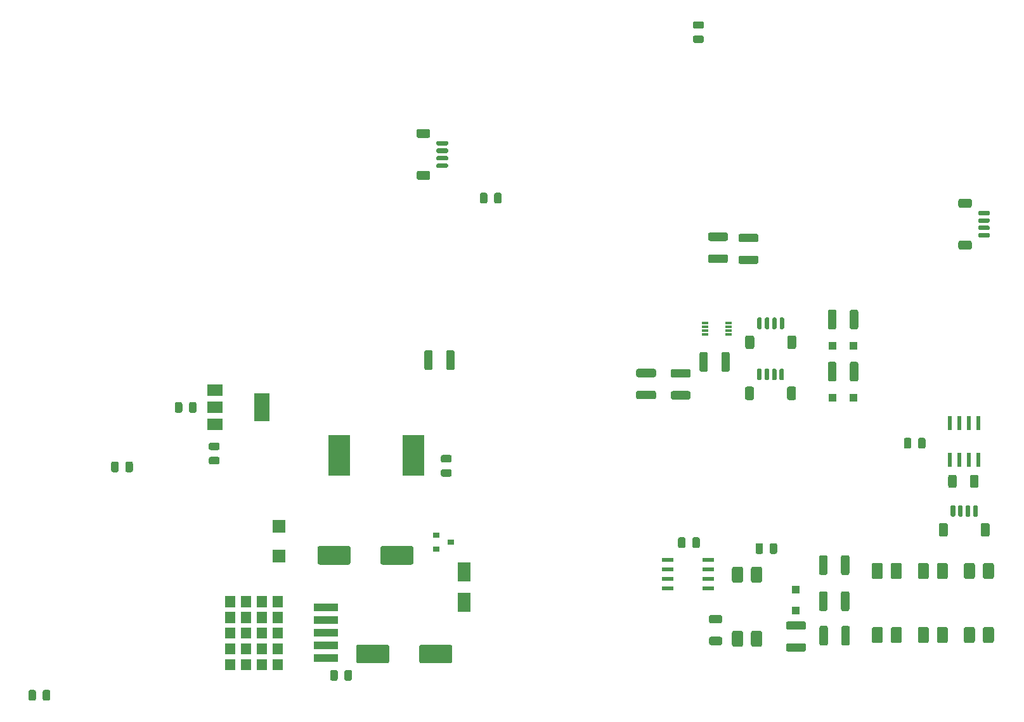
<source format=gbr>
%TF.GenerationSoftware,KiCad,Pcbnew,(5.1.12)-1*%
%TF.CreationDate,2022-02-13T14:46:26-06:00*%
%TF.ProjectId,AS12,41533132-2e6b-4696-9361-645f70636258,rev?*%
%TF.SameCoordinates,Original*%
%TF.FileFunction,Paste,Top*%
%TF.FilePolarity,Positive*%
%FSLAX46Y46*%
G04 Gerber Fmt 4.6, Leading zero omitted, Abs format (unit mm)*
G04 Created by KiCad (PCBNEW (5.1.12)-1) date 2022-02-13 14:46:26*
%MOMM*%
%LPD*%
G01*
G04 APERTURE LIST*
%ADD10C,0.010000*%
%ADD11R,1.800000X1.800000*%
%ADD12R,0.530000X1.980000*%
%ADD13R,1.800000X2.500000*%
%ADD14R,2.000000X1.500000*%
%ADD15R,2.000000X3.800000*%
%ADD16R,3.210000X1.050000*%
%ADD17R,2.900000X5.400000*%
%ADD18R,1.100000X1.100000*%
%ADD19R,1.550000X0.600000*%
%ADD20R,0.900000X0.800000*%
%ADD21R,0.850000X0.300000*%
G04 APERTURE END LIST*
D10*
%TO.C,IC2*%
G36*
X70723140Y-143008420D02*
G01*
X69463140Y-143008420D01*
X69463140Y-141588420D01*
X70723140Y-141588420D01*
X70723140Y-143008420D01*
G37*
X70723140Y-143008420D02*
X69463140Y-143008420D01*
X69463140Y-141588420D01*
X70723140Y-141588420D01*
X70723140Y-143008420D01*
G36*
X68603140Y-143008420D02*
G01*
X67343140Y-143008420D01*
X67343140Y-141588420D01*
X68603140Y-141588420D01*
X68603140Y-143008420D01*
G37*
X68603140Y-143008420D02*
X67343140Y-143008420D01*
X67343140Y-141588420D01*
X68603140Y-141588420D01*
X68603140Y-143008420D01*
G36*
X72843140Y-143008420D02*
G01*
X71583140Y-143008420D01*
X71583140Y-141588420D01*
X72843140Y-141588420D01*
X72843140Y-143008420D01*
G37*
X72843140Y-143008420D02*
X71583140Y-143008420D01*
X71583140Y-141588420D01*
X72843140Y-141588420D01*
X72843140Y-143008420D01*
G36*
X74963140Y-143008420D02*
G01*
X73703140Y-143008420D01*
X73703140Y-141588420D01*
X74963140Y-141588420D01*
X74963140Y-143008420D01*
G37*
X74963140Y-143008420D02*
X73703140Y-143008420D01*
X73703140Y-141588420D01*
X74963140Y-141588420D01*
X74963140Y-143008420D01*
G36*
X70723140Y-145118420D02*
G01*
X69463140Y-145118420D01*
X69463140Y-143698420D01*
X70723140Y-143698420D01*
X70723140Y-145118420D01*
G37*
X70723140Y-145118420D02*
X69463140Y-145118420D01*
X69463140Y-143698420D01*
X70723140Y-143698420D01*
X70723140Y-145118420D01*
G36*
X70723140Y-147228420D02*
G01*
X69463140Y-147228420D01*
X69463140Y-145808420D01*
X70723140Y-145808420D01*
X70723140Y-147228420D01*
G37*
X70723140Y-147228420D02*
X69463140Y-147228420D01*
X69463140Y-145808420D01*
X70723140Y-145808420D01*
X70723140Y-147228420D01*
G36*
X70723140Y-140898420D02*
G01*
X69463140Y-140898420D01*
X69463140Y-139478420D01*
X70723140Y-139478420D01*
X70723140Y-140898420D01*
G37*
X70723140Y-140898420D02*
X69463140Y-140898420D01*
X69463140Y-139478420D01*
X70723140Y-139478420D01*
X70723140Y-140898420D01*
G36*
X70723140Y-138788420D02*
G01*
X69463140Y-138788420D01*
X69463140Y-137368420D01*
X70723140Y-137368420D01*
X70723140Y-138788420D01*
G37*
X70723140Y-138788420D02*
X69463140Y-138788420D01*
X69463140Y-137368420D01*
X70723140Y-137368420D01*
X70723140Y-138788420D01*
G36*
X68603140Y-145118420D02*
G01*
X67343140Y-145118420D01*
X67343140Y-143698420D01*
X68603140Y-143698420D01*
X68603140Y-145118420D01*
G37*
X68603140Y-145118420D02*
X67343140Y-145118420D01*
X67343140Y-143698420D01*
X68603140Y-143698420D01*
X68603140Y-145118420D01*
G36*
X68603140Y-147228420D02*
G01*
X67343140Y-147228420D01*
X67343140Y-145808420D01*
X68603140Y-145808420D01*
X68603140Y-147228420D01*
G37*
X68603140Y-147228420D02*
X67343140Y-147228420D01*
X67343140Y-145808420D01*
X68603140Y-145808420D01*
X68603140Y-147228420D01*
G36*
X68603140Y-140898420D02*
G01*
X67343140Y-140898420D01*
X67343140Y-139478420D01*
X68603140Y-139478420D01*
X68603140Y-140898420D01*
G37*
X68603140Y-140898420D02*
X67343140Y-140898420D01*
X67343140Y-139478420D01*
X68603140Y-139478420D01*
X68603140Y-140898420D01*
G36*
X68603140Y-138788420D02*
G01*
X67343140Y-138788420D01*
X67343140Y-137368420D01*
X68603140Y-137368420D01*
X68603140Y-138788420D01*
G37*
X68603140Y-138788420D02*
X67343140Y-138788420D01*
X67343140Y-137368420D01*
X68603140Y-137368420D01*
X68603140Y-138788420D01*
G36*
X72843140Y-140898420D02*
G01*
X71583140Y-140898420D01*
X71583140Y-139478420D01*
X72843140Y-139478420D01*
X72843140Y-140898420D01*
G37*
X72843140Y-140898420D02*
X71583140Y-140898420D01*
X71583140Y-139478420D01*
X72843140Y-139478420D01*
X72843140Y-140898420D01*
G36*
X72843140Y-138788420D02*
G01*
X71583140Y-138788420D01*
X71583140Y-137368420D01*
X72843140Y-137368420D01*
X72843140Y-138788420D01*
G37*
X72843140Y-138788420D02*
X71583140Y-138788420D01*
X71583140Y-137368420D01*
X72843140Y-137368420D01*
X72843140Y-138788420D01*
G36*
X72843140Y-145118420D02*
G01*
X71583140Y-145118420D01*
X71583140Y-143698420D01*
X72843140Y-143698420D01*
X72843140Y-145118420D01*
G37*
X72843140Y-145118420D02*
X71583140Y-145118420D01*
X71583140Y-143698420D01*
X72843140Y-143698420D01*
X72843140Y-145118420D01*
G36*
X74963140Y-145118420D02*
G01*
X73703140Y-145118420D01*
X73703140Y-143698420D01*
X74963140Y-143698420D01*
X74963140Y-145118420D01*
G37*
X74963140Y-145118420D02*
X73703140Y-145118420D01*
X73703140Y-143698420D01*
X74963140Y-143698420D01*
X74963140Y-145118420D01*
G36*
X74963140Y-147228420D02*
G01*
X73703140Y-147228420D01*
X73703140Y-145808420D01*
X74963140Y-145808420D01*
X74963140Y-147228420D01*
G37*
X74963140Y-147228420D02*
X73703140Y-147228420D01*
X73703140Y-145808420D01*
X74963140Y-145808420D01*
X74963140Y-147228420D01*
G36*
X72843140Y-147228420D02*
G01*
X71583140Y-147228420D01*
X71583140Y-145808420D01*
X72843140Y-145808420D01*
X72843140Y-147228420D01*
G37*
X72843140Y-147228420D02*
X71583140Y-147228420D01*
X71583140Y-145808420D01*
X72843140Y-145808420D01*
X72843140Y-147228420D01*
G36*
X74963140Y-140898420D02*
G01*
X73703140Y-140898420D01*
X73703140Y-139478420D01*
X74963140Y-139478420D01*
X74963140Y-140898420D01*
G37*
X74963140Y-140898420D02*
X73703140Y-140898420D01*
X73703140Y-139478420D01*
X74963140Y-139478420D01*
X74963140Y-140898420D01*
G36*
X74963140Y-138788420D02*
G01*
X73703140Y-138788420D01*
X73703140Y-137368420D01*
X74963140Y-137368420D01*
X74963140Y-138788420D01*
G37*
X74963140Y-138788420D02*
X73703140Y-138788420D01*
X73703140Y-137368420D01*
X74963140Y-137368420D01*
X74963140Y-138788420D01*
%TD*%
D11*
%TO.C,D2*%
X74554080Y-128065780D03*
X74554080Y-132065780D03*
%TD*%
D12*
%TO.C,U6*%
X167918160Y-119186020D03*
X166648160Y-119186020D03*
X165378160Y-119186020D03*
X164108160Y-119186020D03*
X164108160Y-114256020D03*
X165378160Y-114256020D03*
X166648160Y-114256020D03*
X167918160Y-114256020D03*
%TD*%
%TO.C,C6*%
G36*
G01*
X65417680Y-118786060D02*
X66367680Y-118786060D01*
G75*
G02*
X66617680Y-119036060I0J-250000D01*
G01*
X66617680Y-119536060D01*
G75*
G02*
X66367680Y-119786060I-250000J0D01*
G01*
X65417680Y-119786060D01*
G75*
G02*
X65167680Y-119536060I0J250000D01*
G01*
X65167680Y-119036060D01*
G75*
G02*
X65417680Y-118786060I250000J0D01*
G01*
G37*
G36*
G01*
X65417680Y-116886060D02*
X66367680Y-116886060D01*
G75*
G02*
X66617680Y-117136060I0J-250000D01*
G01*
X66617680Y-117636060D01*
G75*
G02*
X66367680Y-117886060I-250000J0D01*
G01*
X65417680Y-117886060D01*
G75*
G02*
X65167680Y-117636060I0J250000D01*
G01*
X65167680Y-117136060D01*
G75*
G02*
X65417680Y-116886060I250000J0D01*
G01*
G37*
%TD*%
%TO.C,J25*%
G36*
G01*
X163852500Y-127892899D02*
X163852500Y-129192901D01*
G75*
G02*
X163602501Y-129442900I-249999J0D01*
G01*
X162902499Y-129442900D01*
G75*
G02*
X162652500Y-129192901I0J249999D01*
G01*
X162652500Y-127892899D01*
G75*
G02*
X162902499Y-127642900I249999J0D01*
G01*
X163602501Y-127642900D01*
G75*
G02*
X163852500Y-127892899I0J-249999D01*
G01*
G37*
G36*
G01*
X169452500Y-127892899D02*
X169452500Y-129192901D01*
G75*
G02*
X169202501Y-129442900I-249999J0D01*
G01*
X168502499Y-129442900D01*
G75*
G02*
X168252500Y-129192901I0J249999D01*
G01*
X168252500Y-127892899D01*
G75*
G02*
X168502499Y-127642900I249999J0D01*
G01*
X169202501Y-127642900D01*
G75*
G02*
X169452500Y-127892899I0J-249999D01*
G01*
G37*
G36*
G01*
X164852500Y-125392900D02*
X164852500Y-126642900D01*
G75*
G02*
X164702500Y-126792900I-150000J0D01*
G01*
X164402500Y-126792900D01*
G75*
G02*
X164252500Y-126642900I0J150000D01*
G01*
X164252500Y-125392900D01*
G75*
G02*
X164402500Y-125242900I150000J0D01*
G01*
X164702500Y-125242900D01*
G75*
G02*
X164852500Y-125392900I0J-150000D01*
G01*
G37*
G36*
G01*
X165852500Y-125392900D02*
X165852500Y-126642900D01*
G75*
G02*
X165702500Y-126792900I-150000J0D01*
G01*
X165402500Y-126792900D01*
G75*
G02*
X165252500Y-126642900I0J150000D01*
G01*
X165252500Y-125392900D01*
G75*
G02*
X165402500Y-125242900I150000J0D01*
G01*
X165702500Y-125242900D01*
G75*
G02*
X165852500Y-125392900I0J-150000D01*
G01*
G37*
G36*
G01*
X166852500Y-125392900D02*
X166852500Y-126642900D01*
G75*
G02*
X166702500Y-126792900I-150000J0D01*
G01*
X166402500Y-126792900D01*
G75*
G02*
X166252500Y-126642900I0J150000D01*
G01*
X166252500Y-125392900D01*
G75*
G02*
X166402500Y-125242900I150000J0D01*
G01*
X166702500Y-125242900D01*
G75*
G02*
X166852500Y-125392900I0J-150000D01*
G01*
G37*
G36*
G01*
X167852500Y-125392900D02*
X167852500Y-126642900D01*
G75*
G02*
X167702500Y-126792900I-150000J0D01*
G01*
X167402500Y-126792900D01*
G75*
G02*
X167252500Y-126642900I0J150000D01*
G01*
X167252500Y-125392900D01*
G75*
G02*
X167402500Y-125242900I150000J0D01*
G01*
X167702500Y-125242900D01*
G75*
G02*
X167852500Y-125392900I0J-150000D01*
G01*
G37*
%TD*%
D13*
%TO.C,D4*%
X99260660Y-134184640D03*
X99260660Y-138184640D03*
%TD*%
D14*
%TO.C,IC3*%
X65960860Y-109830840D03*
X65960860Y-114430840D03*
X65960860Y-112130840D03*
D15*
X72260860Y-112130840D03*
%TD*%
D16*
%TO.C,IC2*%
X80783140Y-138898420D03*
X80783140Y-140598420D03*
X80783140Y-142298420D03*
X80783140Y-143998420D03*
X80783140Y-145698420D03*
%TD*%
%TO.C,C2*%
G36*
G01*
X82394640Y-147520640D02*
X82394640Y-148470640D01*
G75*
G02*
X82144640Y-148720640I-250000J0D01*
G01*
X81644640Y-148720640D01*
G75*
G02*
X81394640Y-148470640I0J250000D01*
G01*
X81394640Y-147520640D01*
G75*
G02*
X81644640Y-147270640I250000J0D01*
G01*
X82144640Y-147270640D01*
G75*
G02*
X82394640Y-147520640I0J-250000D01*
G01*
G37*
G36*
G01*
X84294640Y-147520640D02*
X84294640Y-148470640D01*
G75*
G02*
X84044640Y-148720640I-250000J0D01*
G01*
X83544640Y-148720640D01*
G75*
G02*
X83294640Y-148470640I0J250000D01*
G01*
X83294640Y-147520640D01*
G75*
G02*
X83544640Y-147270640I250000J0D01*
G01*
X84044640Y-147270640D01*
G75*
G02*
X84294640Y-147520640I0J-250000D01*
G01*
G37*
%TD*%
D17*
%TO.C,L1*%
X92498720Y-118574820D03*
X82598720Y-118574820D03*
%TD*%
%TO.C,C10*%
G36*
G01*
X84093300Y-130942840D02*
X84093300Y-132942840D01*
G75*
G02*
X83843300Y-133192840I-250000J0D01*
G01*
X79943300Y-133192840D01*
G75*
G02*
X79693300Y-132942840I0J250000D01*
G01*
X79693300Y-130942840D01*
G75*
G02*
X79943300Y-130692840I250000J0D01*
G01*
X83843300Y-130692840D01*
G75*
G02*
X84093300Y-130942840I0J-250000D01*
G01*
G37*
G36*
G01*
X92493300Y-130942840D02*
X92493300Y-132942840D01*
G75*
G02*
X92243300Y-133192840I-250000J0D01*
G01*
X88343300Y-133192840D01*
G75*
G02*
X88093300Y-132942840I0J250000D01*
G01*
X88093300Y-130942840D01*
G75*
G02*
X88343300Y-130692840I250000J0D01*
G01*
X92243300Y-130692840D01*
G75*
G02*
X92493300Y-130942840I0J-250000D01*
G01*
G37*
%TD*%
%TO.C,C9*%
G36*
G01*
X93269820Y-146143220D02*
X93269820Y-144143220D01*
G75*
G02*
X93519820Y-143893220I250000J0D01*
G01*
X97419820Y-143893220D01*
G75*
G02*
X97669820Y-144143220I0J-250000D01*
G01*
X97669820Y-146143220D01*
G75*
G02*
X97419820Y-146393220I-250000J0D01*
G01*
X93519820Y-146393220D01*
G75*
G02*
X93269820Y-146143220I0J250000D01*
G01*
G37*
G36*
G01*
X84869820Y-146143220D02*
X84869820Y-144143220D01*
G75*
G02*
X85119820Y-143893220I250000J0D01*
G01*
X89019820Y-143893220D01*
G75*
G02*
X89269820Y-144143220I0J-250000D01*
G01*
X89269820Y-146143220D01*
G75*
G02*
X89019820Y-146393220I-250000J0D01*
G01*
X85119820Y-146393220D01*
G75*
G02*
X84869820Y-146143220I0J250000D01*
G01*
G37*
%TD*%
%TO.C,R14*%
G36*
G01*
X150775240Y-101493901D02*
X150775240Y-99343899D01*
G75*
G02*
X151025239Y-99093900I249999J0D01*
G01*
X151650241Y-99093900D01*
G75*
G02*
X151900240Y-99343899I0J-249999D01*
G01*
X151900240Y-101493901D01*
G75*
G02*
X151650241Y-101743900I-249999J0D01*
G01*
X151025239Y-101743900D01*
G75*
G02*
X150775240Y-101493901I0J249999D01*
G01*
G37*
G36*
G01*
X147850240Y-101493901D02*
X147850240Y-99343899D01*
G75*
G02*
X148100239Y-99093900I249999J0D01*
G01*
X148725241Y-99093900D01*
G75*
G02*
X148975240Y-99343899I0J-249999D01*
G01*
X148975240Y-101493901D01*
G75*
G02*
X148725241Y-101743900I-249999J0D01*
G01*
X148100239Y-101743900D01*
G75*
G02*
X147850240Y-101493901I0J249999D01*
G01*
G37*
%TD*%
%TO.C,R13*%
G36*
G01*
X150775240Y-108465353D02*
X150775240Y-106315351D01*
G75*
G02*
X151025239Y-106065352I249999J0D01*
G01*
X151650241Y-106065352D01*
G75*
G02*
X151900240Y-106315351I0J-249999D01*
G01*
X151900240Y-108465353D01*
G75*
G02*
X151650241Y-108715352I-249999J0D01*
G01*
X151025239Y-108715352D01*
G75*
G02*
X150775240Y-108465353I0J249999D01*
G01*
G37*
G36*
G01*
X147850240Y-108465353D02*
X147850240Y-106315351D01*
G75*
G02*
X148100239Y-106065352I249999J0D01*
G01*
X148725241Y-106065352D01*
G75*
G02*
X148975240Y-106315351I0J-249999D01*
G01*
X148975240Y-108465353D01*
G75*
G02*
X148725241Y-108715352I-249999J0D01*
G01*
X148100239Y-108715352D01*
G75*
G02*
X147850240Y-108465353I0J249999D01*
G01*
G37*
%TD*%
D18*
%TO.C,D6*%
X151292740Y-110876080D03*
X148492740Y-110876080D03*
%TD*%
%TO.C,D5*%
X151292740Y-103904626D03*
X148492740Y-103904626D03*
%TD*%
%TO.C,R12*%
G36*
G01*
X132222079Y-142837740D02*
X133472081Y-142837740D01*
G75*
G02*
X133722080Y-143087739I0J-249999D01*
G01*
X133722080Y-143712741D01*
G75*
G02*
X133472081Y-143962740I-249999J0D01*
G01*
X132222079Y-143962740D01*
G75*
G02*
X131972080Y-143712741I0J249999D01*
G01*
X131972080Y-143087739D01*
G75*
G02*
X132222079Y-142837740I249999J0D01*
G01*
G37*
G36*
G01*
X132222079Y-139912740D02*
X133472081Y-139912740D01*
G75*
G02*
X133722080Y-140162739I0J-249999D01*
G01*
X133722080Y-140787741D01*
G75*
G02*
X133472081Y-141037740I-249999J0D01*
G01*
X132222079Y-141037740D01*
G75*
G02*
X131972080Y-140787741I0J249999D01*
G01*
X131972080Y-140162739D01*
G75*
G02*
X132222079Y-139912740I249999J0D01*
G01*
G37*
%TD*%
%TO.C,R11*%
G36*
G01*
X165038200Y-121432159D02*
X165038200Y-122682161D01*
G75*
G02*
X164788201Y-122932160I-249999J0D01*
G01*
X164163199Y-122932160D01*
G75*
G02*
X163913200Y-122682161I0J249999D01*
G01*
X163913200Y-121432159D01*
G75*
G02*
X164163199Y-121182160I249999J0D01*
G01*
X164788201Y-121182160D01*
G75*
G02*
X165038200Y-121432159I0J-249999D01*
G01*
G37*
G36*
G01*
X167963200Y-121432159D02*
X167963200Y-122682161D01*
G75*
G02*
X167713201Y-122932160I-249999J0D01*
G01*
X167088199Y-122932160D01*
G75*
G02*
X166838200Y-122682161I0J249999D01*
G01*
X166838200Y-121432159D01*
G75*
G02*
X167088199Y-121182160I249999J0D01*
G01*
X167713201Y-121182160D01*
G75*
G02*
X167963200Y-121432159I0J-249999D01*
G01*
G37*
%TD*%
%TO.C,U7*%
G36*
G01*
X137847180Y-142023000D02*
X138794380Y-142023000D01*
G75*
G02*
X139060780Y-142289400I0J-266400D01*
G01*
X139060780Y-143906600D01*
G75*
G02*
X138794380Y-144173000I-266400J0D01*
G01*
X137847180Y-144173000D01*
G75*
G02*
X137580780Y-143906600I0J266400D01*
G01*
X137580780Y-142289400D01*
G75*
G02*
X137847180Y-142023000I266400J0D01*
G01*
G37*
G36*
G01*
X135307180Y-142023000D02*
X136254380Y-142023000D01*
G75*
G02*
X136520780Y-142289400I0J-266400D01*
G01*
X136520780Y-143906600D01*
G75*
G02*
X136254380Y-144173000I-266400J0D01*
G01*
X135307180Y-144173000D01*
G75*
G02*
X135040780Y-143906600I0J266400D01*
G01*
X135040780Y-142289400D01*
G75*
G02*
X135307180Y-142023000I266400J0D01*
G01*
G37*
G36*
G01*
X135307180Y-133463000D02*
X136254380Y-133463000D01*
G75*
G02*
X136520780Y-133729400I0J-266400D01*
G01*
X136520780Y-135346600D01*
G75*
G02*
X136254380Y-135613000I-266400J0D01*
G01*
X135307180Y-135613000D01*
G75*
G02*
X135040780Y-135346600I0J266400D01*
G01*
X135040780Y-133729400D01*
G75*
G02*
X135307180Y-133463000I266400J0D01*
G01*
G37*
G36*
G01*
X137847180Y-133463000D02*
X138794380Y-133463000D01*
G75*
G02*
X139060780Y-133729400I0J-266400D01*
G01*
X139060780Y-135346600D01*
G75*
G02*
X138794380Y-135613000I-266400J0D01*
G01*
X137847180Y-135613000D01*
G75*
G02*
X137580780Y-135346600I0J266400D01*
G01*
X137580780Y-133729400D01*
G75*
G02*
X137847180Y-133463000I266400J0D01*
G01*
G37*
%TD*%
%TO.C,R10*%
G36*
G01*
X96878980Y-106929503D02*
X96878980Y-104779497D01*
G75*
G02*
X97128977Y-104529500I249997J0D01*
G01*
X97753983Y-104529500D01*
G75*
G02*
X98003980Y-104779497I0J-249997D01*
G01*
X98003980Y-106929503D01*
G75*
G02*
X97753983Y-107179500I-249997J0D01*
G01*
X97128977Y-107179500D01*
G75*
G02*
X96878980Y-106929503I0J249997D01*
G01*
G37*
G36*
G01*
X93953980Y-106929503D02*
X93953980Y-104779497D01*
G75*
G02*
X94203977Y-104529500I249997J0D01*
G01*
X94828983Y-104529500D01*
G75*
G02*
X95078980Y-104779497I0J-249997D01*
G01*
X95078980Y-106929503D01*
G75*
G02*
X94828983Y-107179500I-249997J0D01*
G01*
X94203977Y-107179500D01*
G75*
G02*
X93953980Y-106929503I0J249997D01*
G01*
G37*
%TD*%
%TO.C,C5*%
G36*
G01*
X129733460Y-130736360D02*
X129733460Y-129786360D01*
G75*
G02*
X129983460Y-129536360I250000J0D01*
G01*
X130483460Y-129536360D01*
G75*
G02*
X130733460Y-129786360I0J-250000D01*
G01*
X130733460Y-130736360D01*
G75*
G02*
X130483460Y-130986360I-250000J0D01*
G01*
X129983460Y-130986360D01*
G75*
G02*
X129733460Y-130736360I0J250000D01*
G01*
G37*
G36*
G01*
X127833460Y-130736360D02*
X127833460Y-129786360D01*
G75*
G02*
X128083460Y-129536360I250000J0D01*
G01*
X128583460Y-129536360D01*
G75*
G02*
X128833460Y-129786360I0J-250000D01*
G01*
X128833460Y-130736360D01*
G75*
G02*
X128583460Y-130986360I-250000J0D01*
G01*
X128083460Y-130986360D01*
G75*
G02*
X127833460Y-130736360I0J250000D01*
G01*
G37*
%TD*%
%TO.C,C13*%
G36*
G01*
X53136380Y-119651760D02*
X53136380Y-120601760D01*
G75*
G02*
X52886380Y-120851760I-250000J0D01*
G01*
X52386380Y-120851760D01*
G75*
G02*
X52136380Y-120601760I0J250000D01*
G01*
X52136380Y-119651760D01*
G75*
G02*
X52386380Y-119401760I250000J0D01*
G01*
X52886380Y-119401760D01*
G75*
G02*
X53136380Y-119651760I0J-250000D01*
G01*
G37*
G36*
G01*
X55036380Y-119651760D02*
X55036380Y-120601760D01*
G75*
G02*
X54786380Y-120851760I-250000J0D01*
G01*
X54286380Y-120851760D01*
G75*
G02*
X54036380Y-120601760I0J250000D01*
G01*
X54036380Y-119651760D01*
G75*
G02*
X54286380Y-119401760I250000J0D01*
G01*
X54786380Y-119401760D01*
G75*
G02*
X55036380Y-119651760I0J-250000D01*
G01*
G37*
%TD*%
D19*
%TO.C,U4*%
X131843760Y-136382760D03*
X131843760Y-135112760D03*
X131843760Y-132572760D03*
X126443760Y-136382760D03*
X126443760Y-135112760D03*
X126443760Y-132572760D03*
X131843760Y-133842760D03*
X126443760Y-133842760D03*
%TD*%
%TO.C,U2*%
G36*
G01*
X161065600Y-135113000D02*
X160118400Y-135113000D01*
G75*
G02*
X159852000Y-134846600I0J266400D01*
G01*
X159852000Y-133229400D01*
G75*
G02*
X160118400Y-132963000I266400J0D01*
G01*
X161065600Y-132963000D01*
G75*
G02*
X161332000Y-133229400I0J-266400D01*
G01*
X161332000Y-134846600D01*
G75*
G02*
X161065600Y-135113000I-266400J0D01*
G01*
G37*
G36*
G01*
X163605600Y-135113000D02*
X162658400Y-135113000D01*
G75*
G02*
X162392000Y-134846600I0J266400D01*
G01*
X162392000Y-133229400D01*
G75*
G02*
X162658400Y-132963000I266400J0D01*
G01*
X163605600Y-132963000D01*
G75*
G02*
X163872000Y-133229400I0J-266400D01*
G01*
X163872000Y-134846600D01*
G75*
G02*
X163605600Y-135113000I-266400J0D01*
G01*
G37*
G36*
G01*
X163605600Y-143673000D02*
X162658400Y-143673000D01*
G75*
G02*
X162392000Y-143406600I0J266400D01*
G01*
X162392000Y-141789400D01*
G75*
G02*
X162658400Y-141523000I266400J0D01*
G01*
X163605600Y-141523000D01*
G75*
G02*
X163872000Y-141789400I0J-266400D01*
G01*
X163872000Y-143406600D01*
G75*
G02*
X163605600Y-143673000I-266400J0D01*
G01*
G37*
G36*
G01*
X161065600Y-143673000D02*
X160118400Y-143673000D01*
G75*
G02*
X159852000Y-143406600I0J266400D01*
G01*
X159852000Y-141789400D01*
G75*
G02*
X160118400Y-141523000I266400J0D01*
G01*
X161065600Y-141523000D01*
G75*
G02*
X161332000Y-141789400I0J-266400D01*
G01*
X161332000Y-143406600D01*
G75*
G02*
X161065600Y-143673000I-266400J0D01*
G01*
G37*
%TD*%
%TO.C,U1*%
G36*
G01*
X154915600Y-135113000D02*
X153968400Y-135113000D01*
G75*
G02*
X153702000Y-134846600I0J266400D01*
G01*
X153702000Y-133229400D01*
G75*
G02*
X153968400Y-132963000I266400J0D01*
G01*
X154915600Y-132963000D01*
G75*
G02*
X155182000Y-133229400I0J-266400D01*
G01*
X155182000Y-134846600D01*
G75*
G02*
X154915600Y-135113000I-266400J0D01*
G01*
G37*
G36*
G01*
X157455600Y-135113000D02*
X156508400Y-135113000D01*
G75*
G02*
X156242000Y-134846600I0J266400D01*
G01*
X156242000Y-133229400D01*
G75*
G02*
X156508400Y-132963000I266400J0D01*
G01*
X157455600Y-132963000D01*
G75*
G02*
X157722000Y-133229400I0J-266400D01*
G01*
X157722000Y-134846600D01*
G75*
G02*
X157455600Y-135113000I-266400J0D01*
G01*
G37*
G36*
G01*
X157455600Y-143673000D02*
X156508400Y-143673000D01*
G75*
G02*
X156242000Y-143406600I0J266400D01*
G01*
X156242000Y-141789400D01*
G75*
G02*
X156508400Y-141523000I266400J0D01*
G01*
X157455600Y-141523000D01*
G75*
G02*
X157722000Y-141789400I0J-266400D01*
G01*
X157722000Y-143406600D01*
G75*
G02*
X157455600Y-143673000I-266400J0D01*
G01*
G37*
G36*
G01*
X154915600Y-143673000D02*
X153968400Y-143673000D01*
G75*
G02*
X153702000Y-143406600I0J266400D01*
G01*
X153702000Y-141789400D01*
G75*
G02*
X153968400Y-141523000I266400J0D01*
G01*
X154915600Y-141523000D01*
G75*
G02*
X155182000Y-141789400I0J-266400D01*
G01*
X155182000Y-143406600D01*
G75*
G02*
X154915600Y-143673000I-266400J0D01*
G01*
G37*
%TD*%
%TO.C,J15*%
G36*
G01*
X166810601Y-85480800D02*
X165510599Y-85480800D01*
G75*
G02*
X165260600Y-85230801I0J249999D01*
G01*
X165260600Y-84530799D01*
G75*
G02*
X165510599Y-84280800I249999J0D01*
G01*
X166810601Y-84280800D01*
G75*
G02*
X167060600Y-84530799I0J-249999D01*
G01*
X167060600Y-85230801D01*
G75*
G02*
X166810601Y-85480800I-249999J0D01*
G01*
G37*
G36*
G01*
X166810601Y-91080800D02*
X165510599Y-91080800D01*
G75*
G02*
X165260600Y-90830801I0J249999D01*
G01*
X165260600Y-90130799D01*
G75*
G02*
X165510599Y-89880800I249999J0D01*
G01*
X166810601Y-89880800D01*
G75*
G02*
X167060600Y-90130799I0J-249999D01*
G01*
X167060600Y-90830801D01*
G75*
G02*
X166810601Y-91080800I-249999J0D01*
G01*
G37*
G36*
G01*
X169310600Y-86480800D02*
X168060600Y-86480800D01*
G75*
G02*
X167910600Y-86330800I0J150000D01*
G01*
X167910600Y-86030800D01*
G75*
G02*
X168060600Y-85880800I150000J0D01*
G01*
X169310600Y-85880800D01*
G75*
G02*
X169460600Y-86030800I0J-150000D01*
G01*
X169460600Y-86330800D01*
G75*
G02*
X169310600Y-86480800I-150000J0D01*
G01*
G37*
G36*
G01*
X169310600Y-87480800D02*
X168060600Y-87480800D01*
G75*
G02*
X167910600Y-87330800I0J150000D01*
G01*
X167910600Y-87030800D01*
G75*
G02*
X168060600Y-86880800I150000J0D01*
G01*
X169310600Y-86880800D01*
G75*
G02*
X169460600Y-87030800I0J-150000D01*
G01*
X169460600Y-87330800D01*
G75*
G02*
X169310600Y-87480800I-150000J0D01*
G01*
G37*
G36*
G01*
X169310600Y-88480800D02*
X168060600Y-88480800D01*
G75*
G02*
X167910600Y-88330800I0J150000D01*
G01*
X167910600Y-88030800D01*
G75*
G02*
X168060600Y-87880800I150000J0D01*
G01*
X169310600Y-87880800D01*
G75*
G02*
X169460600Y-88030800I0J-150000D01*
G01*
X169460600Y-88330800D01*
G75*
G02*
X169310600Y-88480800I-150000J0D01*
G01*
G37*
G36*
G01*
X169310600Y-89480800D02*
X168060600Y-89480800D01*
G75*
G02*
X167910600Y-89330800I0J150000D01*
G01*
X167910600Y-89030800D01*
G75*
G02*
X168060600Y-88880800I150000J0D01*
G01*
X169310600Y-88880800D01*
G75*
G02*
X169460600Y-89030800I0J-150000D01*
G01*
X169460600Y-89330800D01*
G75*
G02*
X169310600Y-89480800I-150000J0D01*
G01*
G37*
%TD*%
%TO.C,C4*%
G36*
G01*
X96415840Y-120437060D02*
X97365840Y-120437060D01*
G75*
G02*
X97615840Y-120687060I0J-250000D01*
G01*
X97615840Y-121187060D01*
G75*
G02*
X97365840Y-121437060I-250000J0D01*
G01*
X96415840Y-121437060D01*
G75*
G02*
X96165840Y-121187060I0J250000D01*
G01*
X96165840Y-120687060D01*
G75*
G02*
X96415840Y-120437060I250000J0D01*
G01*
G37*
G36*
G01*
X96415840Y-118537060D02*
X97365840Y-118537060D01*
G75*
G02*
X97615840Y-118787060I0J-250000D01*
G01*
X97615840Y-119287060D01*
G75*
G02*
X97365840Y-119537060I-250000J0D01*
G01*
X96415840Y-119537060D01*
G75*
G02*
X96165840Y-119287060I0J250000D01*
G01*
X96165840Y-118787060D01*
G75*
G02*
X96415840Y-118537060I250000J0D01*
G01*
G37*
%TD*%
%TO.C,C1*%
G36*
G01*
X158988340Y-116486920D02*
X158988340Y-117436920D01*
G75*
G02*
X158738340Y-117686920I-250000J0D01*
G01*
X158238340Y-117686920D01*
G75*
G02*
X157988340Y-117436920I0J250000D01*
G01*
X157988340Y-116486920D01*
G75*
G02*
X158238340Y-116236920I250000J0D01*
G01*
X158738340Y-116236920D01*
G75*
G02*
X158988340Y-116486920I0J-250000D01*
G01*
G37*
G36*
G01*
X160888340Y-116486920D02*
X160888340Y-117436920D01*
G75*
G02*
X160638340Y-117686920I-250000J0D01*
G01*
X160138340Y-117686920D01*
G75*
G02*
X159888340Y-117436920I0J250000D01*
G01*
X159888340Y-116486920D01*
G75*
G02*
X160138340Y-116236920I250000J0D01*
G01*
X160638340Y-116236920D01*
G75*
G02*
X160888340Y-116486920I0J-250000D01*
G01*
G37*
%TD*%
%TO.C,U3*%
G36*
G01*
X167215600Y-135113000D02*
X166268400Y-135113000D01*
G75*
G02*
X166002000Y-134846600I0J266400D01*
G01*
X166002000Y-133229400D01*
G75*
G02*
X166268400Y-132963000I266400J0D01*
G01*
X167215600Y-132963000D01*
G75*
G02*
X167482000Y-133229400I0J-266400D01*
G01*
X167482000Y-134846600D01*
G75*
G02*
X167215600Y-135113000I-266400J0D01*
G01*
G37*
G36*
G01*
X169755600Y-135113000D02*
X168808400Y-135113000D01*
G75*
G02*
X168542000Y-134846600I0J266400D01*
G01*
X168542000Y-133229400D01*
G75*
G02*
X168808400Y-132963000I266400J0D01*
G01*
X169755600Y-132963000D01*
G75*
G02*
X170022000Y-133229400I0J-266400D01*
G01*
X170022000Y-134846600D01*
G75*
G02*
X169755600Y-135113000I-266400J0D01*
G01*
G37*
G36*
G01*
X169755600Y-143673000D02*
X168808400Y-143673000D01*
G75*
G02*
X168542000Y-143406600I0J266400D01*
G01*
X168542000Y-141789400D01*
G75*
G02*
X168808400Y-141523000I266400J0D01*
G01*
X169755600Y-141523000D01*
G75*
G02*
X170022000Y-141789400I0J-266400D01*
G01*
X170022000Y-143406600D01*
G75*
G02*
X169755600Y-143673000I-266400J0D01*
G01*
G37*
G36*
G01*
X167215600Y-143673000D02*
X166268400Y-143673000D01*
G75*
G02*
X166002000Y-143406600I0J266400D01*
G01*
X166002000Y-141789400D01*
G75*
G02*
X166268400Y-141523000I266400J0D01*
G01*
X167215600Y-141523000D01*
G75*
G02*
X167482000Y-141789400I0J-266400D01*
G01*
X167482000Y-143406600D01*
G75*
G02*
X167215600Y-143673000I-266400J0D01*
G01*
G37*
%TD*%
%TO.C,R9*%
G36*
G01*
X138311203Y-90082800D02*
X136161197Y-90082800D01*
G75*
G02*
X135911200Y-89832803I0J249997D01*
G01*
X135911200Y-89207797D01*
G75*
G02*
X136161197Y-88957800I249997J0D01*
G01*
X138311203Y-88957800D01*
G75*
G02*
X138561200Y-89207797I0J-249997D01*
G01*
X138561200Y-89832803D01*
G75*
G02*
X138311203Y-90082800I-249997J0D01*
G01*
G37*
G36*
G01*
X138311203Y-93007800D02*
X136161197Y-93007800D01*
G75*
G02*
X135911200Y-92757803I0J249997D01*
G01*
X135911200Y-92132797D01*
G75*
G02*
X136161197Y-91882800I249997J0D01*
G01*
X138311203Y-91882800D01*
G75*
G02*
X138561200Y-92132797I0J-249997D01*
G01*
X138561200Y-92757803D01*
G75*
G02*
X138311203Y-93007800I-249997J0D01*
G01*
G37*
%TD*%
%TO.C,R8*%
G36*
G01*
X134247203Y-89930400D02*
X132097197Y-89930400D01*
G75*
G02*
X131847200Y-89680403I0J249997D01*
G01*
X131847200Y-89055397D01*
G75*
G02*
X132097197Y-88805400I249997J0D01*
G01*
X134247203Y-88805400D01*
G75*
G02*
X134497200Y-89055397I0J-249997D01*
G01*
X134497200Y-89680403D01*
G75*
G02*
X134247203Y-89930400I-249997J0D01*
G01*
G37*
G36*
G01*
X134247203Y-92855400D02*
X132097197Y-92855400D01*
G75*
G02*
X131847200Y-92605403I0J249997D01*
G01*
X131847200Y-91980397D01*
G75*
G02*
X132097197Y-91730400I249997J0D01*
G01*
X134247203Y-91730400D01*
G75*
G02*
X134497200Y-91980397I0J-249997D01*
G01*
X134497200Y-92605403D01*
G75*
G02*
X134247203Y-92855400I-249997J0D01*
G01*
G37*
%TD*%
%TO.C,R7*%
G36*
G01*
X124643463Y-108146740D02*
X122493457Y-108146740D01*
G75*
G02*
X122243460Y-107896743I0J249997D01*
G01*
X122243460Y-107271737D01*
G75*
G02*
X122493457Y-107021740I249997J0D01*
G01*
X124643463Y-107021740D01*
G75*
G02*
X124893460Y-107271737I0J-249997D01*
G01*
X124893460Y-107896743D01*
G75*
G02*
X124643463Y-108146740I-249997J0D01*
G01*
G37*
G36*
G01*
X124643463Y-111071740D02*
X122493457Y-111071740D01*
G75*
G02*
X122243460Y-110821743I0J249997D01*
G01*
X122243460Y-110196737D01*
G75*
G02*
X122493457Y-109946740I249997J0D01*
G01*
X124643463Y-109946740D01*
G75*
G02*
X124893460Y-110196737I0J-249997D01*
G01*
X124893460Y-110821743D01*
G75*
G02*
X124643463Y-111071740I-249997J0D01*
G01*
G37*
%TD*%
%TO.C,R6*%
G36*
G01*
X129266263Y-108182840D02*
X127116257Y-108182840D01*
G75*
G02*
X126866260Y-107932843I0J249997D01*
G01*
X126866260Y-107307837D01*
G75*
G02*
X127116257Y-107057840I249997J0D01*
G01*
X129266263Y-107057840D01*
G75*
G02*
X129516260Y-107307837I0J-249997D01*
G01*
X129516260Y-107932843D01*
G75*
G02*
X129266263Y-108182840I-249997J0D01*
G01*
G37*
G36*
G01*
X129266263Y-111107840D02*
X127116257Y-111107840D01*
G75*
G02*
X126866260Y-110857843I0J249997D01*
G01*
X126866260Y-110232837D01*
G75*
G02*
X127116257Y-109982840I249997J0D01*
G01*
X129266263Y-109982840D01*
G75*
G02*
X129516260Y-110232837I0J-249997D01*
G01*
X129516260Y-110857843D01*
G75*
G02*
X129266263Y-111107840I-249997J0D01*
G01*
G37*
%TD*%
%TO.C,R5*%
G36*
G01*
X133620080Y-107158103D02*
X133620080Y-105008097D01*
G75*
G02*
X133870077Y-104758100I249997J0D01*
G01*
X134495083Y-104758100D01*
G75*
G02*
X134745080Y-105008097I0J-249997D01*
G01*
X134745080Y-107158103D01*
G75*
G02*
X134495083Y-107408100I-249997J0D01*
G01*
X133870077Y-107408100D01*
G75*
G02*
X133620080Y-107158103I0J249997D01*
G01*
G37*
G36*
G01*
X130695080Y-107158103D02*
X130695080Y-105008097D01*
G75*
G02*
X130945077Y-104758100I249997J0D01*
G01*
X131570083Y-104758100D01*
G75*
G02*
X131820080Y-105008097I0J-249997D01*
G01*
X131820080Y-107158103D01*
G75*
G02*
X131570083Y-107408100I-249997J0D01*
G01*
X130945077Y-107408100D01*
G75*
G02*
X130695080Y-107158103I0J249997D01*
G01*
G37*
%TD*%
%TO.C,R4*%
G36*
G01*
X142511197Y-143693720D02*
X144661203Y-143693720D01*
G75*
G02*
X144911200Y-143943717I0J-249997D01*
G01*
X144911200Y-144568723D01*
G75*
G02*
X144661203Y-144818720I-249997J0D01*
G01*
X142511197Y-144818720D01*
G75*
G02*
X142261200Y-144568723I0J249997D01*
G01*
X142261200Y-143943717D01*
G75*
G02*
X142511197Y-143693720I249997J0D01*
G01*
G37*
G36*
G01*
X142511197Y-140768720D02*
X144661203Y-140768720D01*
G75*
G02*
X144911200Y-141018717I0J-249997D01*
G01*
X144911200Y-141643723D01*
G75*
G02*
X144661203Y-141893720I-249997J0D01*
G01*
X142511197Y-141893720D01*
G75*
G02*
X142261200Y-141643723I0J249997D01*
G01*
X142261200Y-141018717D01*
G75*
G02*
X142511197Y-140768720I249997J0D01*
G01*
G37*
%TD*%
%TO.C,R3*%
G36*
G01*
X149591600Y-134323403D02*
X149591600Y-132173397D01*
G75*
G02*
X149841597Y-131923400I249997J0D01*
G01*
X150466603Y-131923400D01*
G75*
G02*
X150716600Y-132173397I0J-249997D01*
G01*
X150716600Y-134323403D01*
G75*
G02*
X150466603Y-134573400I-249997J0D01*
G01*
X149841597Y-134573400D01*
G75*
G02*
X149591600Y-134323403I0J249997D01*
G01*
G37*
G36*
G01*
X146666600Y-134323403D02*
X146666600Y-132173397D01*
G75*
G02*
X146916597Y-131923400I249997J0D01*
G01*
X147541603Y-131923400D01*
G75*
G02*
X147791600Y-132173397I0J-249997D01*
G01*
X147791600Y-134323403D01*
G75*
G02*
X147541603Y-134573400I-249997J0D01*
G01*
X146916597Y-134573400D01*
G75*
G02*
X146666600Y-134323403I0J249997D01*
G01*
G37*
%TD*%
%TO.C,R2*%
G36*
G01*
X149591600Y-139149403D02*
X149591600Y-136999397D01*
G75*
G02*
X149841597Y-136749400I249997J0D01*
G01*
X150466603Y-136749400D01*
G75*
G02*
X150716600Y-136999397I0J-249997D01*
G01*
X150716600Y-139149403D01*
G75*
G02*
X150466603Y-139399400I-249997J0D01*
G01*
X149841597Y-139399400D01*
G75*
G02*
X149591600Y-139149403I0J249997D01*
G01*
G37*
G36*
G01*
X146666600Y-139149403D02*
X146666600Y-136999397D01*
G75*
G02*
X146916597Y-136749400I249997J0D01*
G01*
X147541603Y-136749400D01*
G75*
G02*
X147791600Y-136999397I0J-249997D01*
G01*
X147791600Y-139149403D01*
G75*
G02*
X147541603Y-139399400I-249997J0D01*
G01*
X146916597Y-139399400D01*
G75*
G02*
X146666600Y-139149403I0J249997D01*
G01*
G37*
%TD*%
%TO.C,R1*%
G36*
G01*
X149642400Y-143772203D02*
X149642400Y-141622197D01*
G75*
G02*
X149892397Y-141372200I249997J0D01*
G01*
X150517403Y-141372200D01*
G75*
G02*
X150767400Y-141622197I0J-249997D01*
G01*
X150767400Y-143772203D01*
G75*
G02*
X150517403Y-144022200I-249997J0D01*
G01*
X149892397Y-144022200D01*
G75*
G02*
X149642400Y-143772203I0J249997D01*
G01*
G37*
G36*
G01*
X146717400Y-143772203D02*
X146717400Y-141622197D01*
G75*
G02*
X146967397Y-141372200I249997J0D01*
G01*
X147592403Y-141372200D01*
G75*
G02*
X147842400Y-141622197I0J-249997D01*
G01*
X147842400Y-143772203D01*
G75*
G02*
X147592403Y-144022200I-249997J0D01*
G01*
X146967397Y-144022200D01*
G75*
G02*
X146717400Y-143772203I0J249997D01*
G01*
G37*
%TD*%
D20*
%TO.C,Q1*%
X97507300Y-130195320D03*
X95507300Y-131145320D03*
X95507300Y-129245320D03*
%TD*%
%TO.C,J16*%
G36*
G01*
X94471401Y-76159000D02*
X93171399Y-76159000D01*
G75*
G02*
X92921400Y-75909001I0J249999D01*
G01*
X92921400Y-75208999D01*
G75*
G02*
X93171399Y-74959000I249999J0D01*
G01*
X94471401Y-74959000D01*
G75*
G02*
X94721400Y-75208999I0J-249999D01*
G01*
X94721400Y-75909001D01*
G75*
G02*
X94471401Y-76159000I-249999J0D01*
G01*
G37*
G36*
G01*
X94471401Y-81759000D02*
X93171399Y-81759000D01*
G75*
G02*
X92921400Y-81509001I0J249999D01*
G01*
X92921400Y-80808999D01*
G75*
G02*
X93171399Y-80559000I249999J0D01*
G01*
X94471401Y-80559000D01*
G75*
G02*
X94721400Y-80808999I0J-249999D01*
G01*
X94721400Y-81509001D01*
G75*
G02*
X94471401Y-81759000I-249999J0D01*
G01*
G37*
G36*
G01*
X96971400Y-77159000D02*
X95721400Y-77159000D01*
G75*
G02*
X95571400Y-77009000I0J150000D01*
G01*
X95571400Y-76709000D01*
G75*
G02*
X95721400Y-76559000I150000J0D01*
G01*
X96971400Y-76559000D01*
G75*
G02*
X97121400Y-76709000I0J-150000D01*
G01*
X97121400Y-77009000D01*
G75*
G02*
X96971400Y-77159000I-150000J0D01*
G01*
G37*
G36*
G01*
X96971400Y-78159000D02*
X95721400Y-78159000D01*
G75*
G02*
X95571400Y-78009000I0J150000D01*
G01*
X95571400Y-77709000D01*
G75*
G02*
X95721400Y-77559000I150000J0D01*
G01*
X96971400Y-77559000D01*
G75*
G02*
X97121400Y-77709000I0J-150000D01*
G01*
X97121400Y-78009000D01*
G75*
G02*
X96971400Y-78159000I-150000J0D01*
G01*
G37*
G36*
G01*
X96971400Y-79159000D02*
X95721400Y-79159000D01*
G75*
G02*
X95571400Y-79009000I0J150000D01*
G01*
X95571400Y-78709000D01*
G75*
G02*
X95721400Y-78559000I150000J0D01*
G01*
X96971400Y-78559000D01*
G75*
G02*
X97121400Y-78709000I0J-150000D01*
G01*
X97121400Y-79009000D01*
G75*
G02*
X96971400Y-79159000I-150000J0D01*
G01*
G37*
G36*
G01*
X96971400Y-80159000D02*
X95721400Y-80159000D01*
G75*
G02*
X95571400Y-80009000I0J150000D01*
G01*
X95571400Y-79709000D01*
G75*
G02*
X95721400Y-79559000I150000J0D01*
G01*
X96971400Y-79559000D01*
G75*
G02*
X97121400Y-79709000I0J-150000D01*
G01*
X97121400Y-80009000D01*
G75*
G02*
X96971400Y-80159000I-150000J0D01*
G01*
G37*
%TD*%
%TO.C,J8*%
G36*
G01*
X137985140Y-109640459D02*
X137985140Y-110940461D01*
G75*
G02*
X137735141Y-111190460I-249999J0D01*
G01*
X137035139Y-111190460D01*
G75*
G02*
X136785140Y-110940461I0J249999D01*
G01*
X136785140Y-109640459D01*
G75*
G02*
X137035139Y-109390460I249999J0D01*
G01*
X137735141Y-109390460D01*
G75*
G02*
X137985140Y-109640459I0J-249999D01*
G01*
G37*
G36*
G01*
X143585140Y-109640459D02*
X143585140Y-110940461D01*
G75*
G02*
X143335141Y-111190460I-249999J0D01*
G01*
X142635139Y-111190460D01*
G75*
G02*
X142385140Y-110940461I0J249999D01*
G01*
X142385140Y-109640459D01*
G75*
G02*
X142635139Y-109390460I249999J0D01*
G01*
X143335141Y-109390460D01*
G75*
G02*
X143585140Y-109640459I0J-249999D01*
G01*
G37*
G36*
G01*
X138985140Y-107140460D02*
X138985140Y-108390460D01*
G75*
G02*
X138835140Y-108540460I-150000J0D01*
G01*
X138535140Y-108540460D01*
G75*
G02*
X138385140Y-108390460I0J150000D01*
G01*
X138385140Y-107140460D01*
G75*
G02*
X138535140Y-106990460I150000J0D01*
G01*
X138835140Y-106990460D01*
G75*
G02*
X138985140Y-107140460I0J-150000D01*
G01*
G37*
G36*
G01*
X139985140Y-107140460D02*
X139985140Y-108390460D01*
G75*
G02*
X139835140Y-108540460I-150000J0D01*
G01*
X139535140Y-108540460D01*
G75*
G02*
X139385140Y-108390460I0J150000D01*
G01*
X139385140Y-107140460D01*
G75*
G02*
X139535140Y-106990460I150000J0D01*
G01*
X139835140Y-106990460D01*
G75*
G02*
X139985140Y-107140460I0J-150000D01*
G01*
G37*
G36*
G01*
X140985140Y-107140460D02*
X140985140Y-108390460D01*
G75*
G02*
X140835140Y-108540460I-150000J0D01*
G01*
X140535140Y-108540460D01*
G75*
G02*
X140385140Y-108390460I0J150000D01*
G01*
X140385140Y-107140460D01*
G75*
G02*
X140535140Y-106990460I150000J0D01*
G01*
X140835140Y-106990460D01*
G75*
G02*
X140985140Y-107140460I0J-150000D01*
G01*
G37*
G36*
G01*
X141985140Y-107140460D02*
X141985140Y-108390460D01*
G75*
G02*
X141835140Y-108540460I-150000J0D01*
G01*
X141535140Y-108540460D01*
G75*
G02*
X141385140Y-108390460I0J150000D01*
G01*
X141385140Y-107140460D01*
G75*
G02*
X141535140Y-106990460I150000J0D01*
G01*
X141835140Y-106990460D01*
G75*
G02*
X141985140Y-107140460I0J-150000D01*
G01*
G37*
%TD*%
%TO.C,J7*%
G36*
G01*
X138010540Y-102807859D02*
X138010540Y-104107861D01*
G75*
G02*
X137760541Y-104357860I-249999J0D01*
G01*
X137060539Y-104357860D01*
G75*
G02*
X136810540Y-104107861I0J249999D01*
G01*
X136810540Y-102807859D01*
G75*
G02*
X137060539Y-102557860I249999J0D01*
G01*
X137760541Y-102557860D01*
G75*
G02*
X138010540Y-102807859I0J-249999D01*
G01*
G37*
G36*
G01*
X143610540Y-102807859D02*
X143610540Y-104107861D01*
G75*
G02*
X143360541Y-104357860I-249999J0D01*
G01*
X142660539Y-104357860D01*
G75*
G02*
X142410540Y-104107861I0J249999D01*
G01*
X142410540Y-102807859D01*
G75*
G02*
X142660539Y-102557860I249999J0D01*
G01*
X143360541Y-102557860D01*
G75*
G02*
X143610540Y-102807859I0J-249999D01*
G01*
G37*
G36*
G01*
X139010540Y-100307860D02*
X139010540Y-101557860D01*
G75*
G02*
X138860540Y-101707860I-150000J0D01*
G01*
X138560540Y-101707860D01*
G75*
G02*
X138410540Y-101557860I0J150000D01*
G01*
X138410540Y-100307860D01*
G75*
G02*
X138560540Y-100157860I150000J0D01*
G01*
X138860540Y-100157860D01*
G75*
G02*
X139010540Y-100307860I0J-150000D01*
G01*
G37*
G36*
G01*
X140010540Y-100307860D02*
X140010540Y-101557860D01*
G75*
G02*
X139860540Y-101707860I-150000J0D01*
G01*
X139560540Y-101707860D01*
G75*
G02*
X139410540Y-101557860I0J150000D01*
G01*
X139410540Y-100307860D01*
G75*
G02*
X139560540Y-100157860I150000J0D01*
G01*
X139860540Y-100157860D01*
G75*
G02*
X140010540Y-100307860I0J-150000D01*
G01*
G37*
G36*
G01*
X141010540Y-100307860D02*
X141010540Y-101557860D01*
G75*
G02*
X140860540Y-101707860I-150000J0D01*
G01*
X140560540Y-101707860D01*
G75*
G02*
X140410540Y-101557860I0J150000D01*
G01*
X140410540Y-100307860D01*
G75*
G02*
X140560540Y-100157860I150000J0D01*
G01*
X140860540Y-100157860D01*
G75*
G02*
X141010540Y-100307860I0J-150000D01*
G01*
G37*
G36*
G01*
X142010540Y-100307860D02*
X142010540Y-101557860D01*
G75*
G02*
X141860540Y-101707860I-150000J0D01*
G01*
X141560540Y-101707860D01*
G75*
G02*
X141410540Y-101557860I0J150000D01*
G01*
X141410540Y-100307860D01*
G75*
G02*
X141560540Y-100157860I150000J0D01*
G01*
X141860540Y-100157860D01*
G75*
G02*
X142010540Y-100307860I0J-150000D01*
G01*
G37*
%TD*%
D21*
%TO.C,IC1*%
X131406700Y-102398260D03*
X131406700Y-101898260D03*
X131406700Y-101398260D03*
X131406700Y-100898260D03*
X134556700Y-100898260D03*
X134556700Y-101398260D03*
X134556700Y-101898260D03*
X134556700Y-102398260D03*
%TD*%
D18*
%TO.C,D1*%
X143545560Y-136504220D03*
X143545560Y-139304220D03*
%TD*%
%TO.C,C12*%
G36*
G01*
X131023380Y-61548860D02*
X130073380Y-61548860D01*
G75*
G02*
X129823380Y-61298860I0J250000D01*
G01*
X129823380Y-60798860D01*
G75*
G02*
X130073380Y-60548860I250000J0D01*
G01*
X131023380Y-60548860D01*
G75*
G02*
X131273380Y-60798860I0J-250000D01*
G01*
X131273380Y-61298860D01*
G75*
G02*
X131023380Y-61548860I-250000J0D01*
G01*
G37*
G36*
G01*
X131023380Y-63448860D02*
X130073380Y-63448860D01*
G75*
G02*
X129823380Y-63198860I0J250000D01*
G01*
X129823380Y-62698860D01*
G75*
G02*
X130073380Y-62448860I250000J0D01*
G01*
X131023380Y-62448860D01*
G75*
G02*
X131273380Y-62698860I0J-250000D01*
G01*
X131273380Y-63198860D01*
G75*
G02*
X131023380Y-63448860I-250000J0D01*
G01*
G37*
%TD*%
%TO.C,C11*%
G36*
G01*
X103279360Y-84676000D02*
X103279360Y-83726000D01*
G75*
G02*
X103529360Y-83476000I250000J0D01*
G01*
X104029360Y-83476000D01*
G75*
G02*
X104279360Y-83726000I0J-250000D01*
G01*
X104279360Y-84676000D01*
G75*
G02*
X104029360Y-84926000I-250000J0D01*
G01*
X103529360Y-84926000D01*
G75*
G02*
X103279360Y-84676000I0J250000D01*
G01*
G37*
G36*
G01*
X101379360Y-84676000D02*
X101379360Y-83726000D01*
G75*
G02*
X101629360Y-83476000I250000J0D01*
G01*
X102129360Y-83476000D01*
G75*
G02*
X102379360Y-83726000I0J-250000D01*
G01*
X102379360Y-84676000D01*
G75*
G02*
X102129360Y-84926000I-250000J0D01*
G01*
X101629360Y-84926000D01*
G75*
G02*
X101379360Y-84676000I0J250000D01*
G01*
G37*
%TD*%
%TO.C,C8*%
G36*
G01*
X42102620Y-150180020D02*
X42102620Y-151130020D01*
G75*
G02*
X41852620Y-151380020I-250000J0D01*
G01*
X41352620Y-151380020D01*
G75*
G02*
X41102620Y-151130020I0J250000D01*
G01*
X41102620Y-150180020D01*
G75*
G02*
X41352620Y-149930020I250000J0D01*
G01*
X41852620Y-149930020D01*
G75*
G02*
X42102620Y-150180020I0J-250000D01*
G01*
G37*
G36*
G01*
X44002620Y-150180020D02*
X44002620Y-151130020D01*
G75*
G02*
X43752620Y-151380020I-250000J0D01*
G01*
X43252620Y-151380020D01*
G75*
G02*
X43002620Y-151130020I0J250000D01*
G01*
X43002620Y-150180020D01*
G75*
G02*
X43252620Y-149930020I250000J0D01*
G01*
X43752620Y-149930020D01*
G75*
G02*
X44002620Y-150180020I0J-250000D01*
G01*
G37*
%TD*%
%TO.C,C7*%
G36*
G01*
X61637760Y-111699020D02*
X61637760Y-112649020D01*
G75*
G02*
X61387760Y-112899020I-250000J0D01*
G01*
X60887760Y-112899020D01*
G75*
G02*
X60637760Y-112649020I0J250000D01*
G01*
X60637760Y-111699020D01*
G75*
G02*
X60887760Y-111449020I250000J0D01*
G01*
X61387760Y-111449020D01*
G75*
G02*
X61637760Y-111699020I0J-250000D01*
G01*
G37*
G36*
G01*
X63537760Y-111699020D02*
X63537760Y-112649020D01*
G75*
G02*
X63287760Y-112899020I-250000J0D01*
G01*
X62787760Y-112899020D01*
G75*
G02*
X62537760Y-112649020I0J250000D01*
G01*
X62537760Y-111699020D01*
G75*
G02*
X62787760Y-111449020I250000J0D01*
G01*
X63287760Y-111449020D01*
G75*
G02*
X63537760Y-111699020I0J-250000D01*
G01*
G37*
%TD*%
%TO.C,C3*%
G36*
G01*
X140078880Y-131516140D02*
X140078880Y-130566140D01*
G75*
G02*
X140328880Y-130316140I250000J0D01*
G01*
X140828880Y-130316140D01*
G75*
G02*
X141078880Y-130566140I0J-250000D01*
G01*
X141078880Y-131516140D01*
G75*
G02*
X140828880Y-131766140I-250000J0D01*
G01*
X140328880Y-131766140D01*
G75*
G02*
X140078880Y-131516140I0J250000D01*
G01*
G37*
G36*
G01*
X138178880Y-131516140D02*
X138178880Y-130566140D01*
G75*
G02*
X138428880Y-130316140I250000J0D01*
G01*
X138928880Y-130316140D01*
G75*
G02*
X139178880Y-130566140I0J-250000D01*
G01*
X139178880Y-131516140D01*
G75*
G02*
X138928880Y-131766140I-250000J0D01*
G01*
X138428880Y-131766140D01*
G75*
G02*
X138178880Y-131516140I0J250000D01*
G01*
G37*
%TD*%
M02*

</source>
